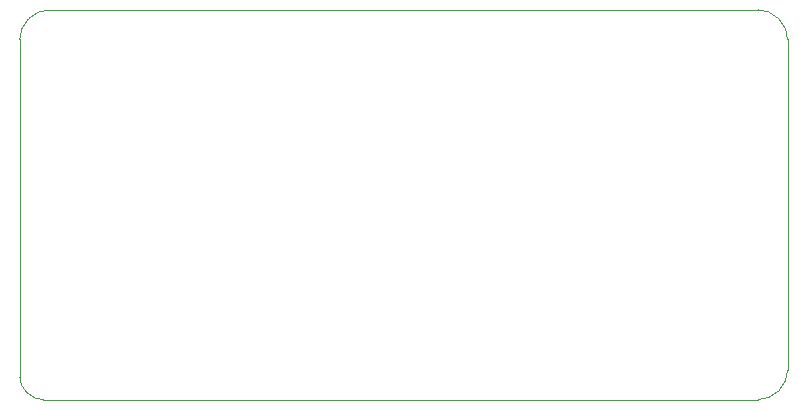
<source format=gko>
G04 Layer_Color=16711935*
%FSAX24Y24*%
%MOIN*%
G70*
G01*
G75*
%ADD89C,0.0039*%
D89*
X000250Y000223D02*
G03*
X000787Y000000I000538J000538D01*
G01*
X000000Y000751D02*
G03*
X000197Y000276I000672J000000D01*
G01*
X025278Y012714D02*
G03*
X024606Y012992I-000672J-000672D01*
G01*
X025591Y012012D02*
G03*
X025315Y012677I-000941J000000D01*
G01*
X025312Y000312D02*
G03*
X025591Y000984I-000672J000672D01*
G01*
X024606Y000000D02*
G03*
X025278Y000278I000000J000950D01*
G01*
X000278Y012680D02*
G03*
X000000Y012008I000672J-000672D01*
G01*
X000984Y012992D02*
G03*
X000312Y012714I000000J-000950D01*
G01*
X000197Y000276D02*
X000250Y000223D01*
X000787Y000000D02*
X024606D01*
X000984Y012992D02*
X024606D01*
X025278Y012714D02*
X025315Y012677D01*
X025591Y011968D02*
Y012012D01*
Y000984D02*
Y011968D01*
X025278Y000278D02*
X025312Y000312D01*
X000278Y012680D02*
X000312Y012714D01*
X000000Y000751D02*
Y012008D01*
M02*

</source>
